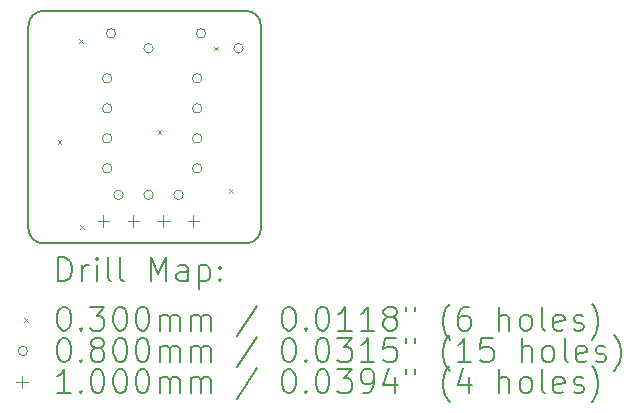
<source format=gbr>
%TF.GenerationSoftware,KiCad,Pcbnew,8.0.2*%
%TF.CreationDate,2024-05-02T19:27:18+02:00*%
%TF.ProjectId,VR-Conditioner-MAX9926+reg,56522d43-6f6e-4646-9974-696f6e65722d,3.7*%
%TF.SameCoordinates,PX68c4118PY713e7a8*%
%TF.FileFunction,Drillmap*%
%TF.FilePolarity,Positive*%
%FSLAX45Y45*%
G04 Gerber Fmt 4.5, Leading zero omitted, Abs format (unit mm)*
G04 Created by KiCad (PCBNEW 8.0.2) date 2024-05-02 19:27:18*
%MOMM*%
%LPD*%
G01*
G04 APERTURE LIST*
%ADD10C,0.150000*%
%ADD11C,0.200000*%
%ADD12C,0.100000*%
G04 APERTURE END LIST*
D10*
X254000Y2095500D02*
G75*
G02*
X381000Y2222500I127000J0D01*
G01*
X381000Y254000D02*
G75*
G02*
X254000Y381000I0J127000D01*
G01*
X2222500Y381000D02*
G75*
G02*
X2095500Y254000I-127000J0D01*
G01*
X2095500Y2222500D02*
G75*
G02*
X2222500Y2095500I0J-127000D01*
G01*
X254000Y381000D02*
X254000Y2095500D01*
X2095500Y254000D02*
X381000Y254000D01*
X2222500Y2095500D02*
X2222500Y381000D01*
X381000Y2222500D02*
X2095500Y2222500D01*
D11*
D12*
X501901Y1128801D02*
X531901Y1098801D01*
X531901Y1128801D02*
X501901Y1098801D01*
X683500Y1983500D02*
X713500Y1953500D01*
X713500Y1983500D02*
X683500Y1953500D01*
X694000Y406500D02*
X724000Y376500D01*
X724000Y406500D02*
X694000Y376500D01*
X1350250Y1212299D02*
X1380250Y1182299D01*
X1380250Y1212299D02*
X1350250Y1182299D01*
X1826500Y1920000D02*
X1856500Y1890000D01*
X1856500Y1920000D02*
X1826500Y1890000D01*
X1953500Y713500D02*
X1983500Y683500D01*
X1983500Y713500D02*
X1953500Y683500D01*
X960750Y1651000D02*
G75*
G02*
X880750Y1651000I-40000J0D01*
G01*
X880750Y1651000D02*
G75*
G02*
X960750Y1651000I40000J0D01*
G01*
X960750Y1397000D02*
G75*
G02*
X880750Y1397000I-40000J0D01*
G01*
X880750Y1397000D02*
G75*
G02*
X960750Y1397000I40000J0D01*
G01*
X960750Y1143000D02*
G75*
G02*
X880750Y1143000I-40000J0D01*
G01*
X880750Y1143000D02*
G75*
G02*
X960750Y1143000I40000J0D01*
G01*
X960750Y889000D02*
G75*
G02*
X880750Y889000I-40000J0D01*
G01*
X880750Y889000D02*
G75*
G02*
X960750Y889000I40000J0D01*
G01*
X992500Y2032000D02*
G75*
G02*
X912500Y2032000I-40000J0D01*
G01*
X912500Y2032000D02*
G75*
G02*
X992500Y2032000I40000J0D01*
G01*
X1056000Y665000D02*
G75*
G02*
X976000Y665000I-40000J0D01*
G01*
X976000Y665000D02*
G75*
G02*
X1056000Y665000I40000J0D01*
G01*
X1310000Y1905000D02*
G75*
G02*
X1230000Y1905000I-40000J0D01*
G01*
X1230000Y1905000D02*
G75*
G02*
X1310000Y1905000I40000J0D01*
G01*
X1310000Y665000D02*
G75*
G02*
X1230000Y665000I-40000J0D01*
G01*
X1230000Y665000D02*
G75*
G02*
X1310000Y665000I40000J0D01*
G01*
X1564000Y665000D02*
G75*
G02*
X1484000Y665000I-40000J0D01*
G01*
X1484000Y665000D02*
G75*
G02*
X1564000Y665000I40000J0D01*
G01*
X1722750Y1651000D02*
G75*
G02*
X1642750Y1651000I-40000J0D01*
G01*
X1642750Y1651000D02*
G75*
G02*
X1722750Y1651000I40000J0D01*
G01*
X1722750Y1397000D02*
G75*
G02*
X1642750Y1397000I-40000J0D01*
G01*
X1642750Y1397000D02*
G75*
G02*
X1722750Y1397000I40000J0D01*
G01*
X1722750Y1143000D02*
G75*
G02*
X1642750Y1143000I-40000J0D01*
G01*
X1642750Y1143000D02*
G75*
G02*
X1722750Y1143000I40000J0D01*
G01*
X1722750Y889000D02*
G75*
G02*
X1642750Y889000I-40000J0D01*
G01*
X1642750Y889000D02*
G75*
G02*
X1722750Y889000I40000J0D01*
G01*
X1754500Y2032000D02*
G75*
G02*
X1674500Y2032000I-40000J0D01*
G01*
X1674500Y2032000D02*
G75*
G02*
X1754500Y2032000I40000J0D01*
G01*
X2072000Y1905000D02*
G75*
G02*
X1992000Y1905000I-40000J0D01*
G01*
X1992000Y1905000D02*
G75*
G02*
X2072000Y1905000I40000J0D01*
G01*
X889000Y494500D02*
X889000Y394500D01*
X839000Y444500D02*
X939000Y444500D01*
X1143000Y494500D02*
X1143000Y394500D01*
X1093000Y444500D02*
X1193000Y444500D01*
X1397000Y494500D02*
X1397000Y394500D01*
X1347000Y444500D02*
X1447000Y444500D01*
X1651000Y494500D02*
X1651000Y394500D01*
X1601000Y444500D02*
X1701000Y444500D01*
D11*
X507277Y-64984D02*
X507277Y135016D01*
X507277Y135016D02*
X554896Y135016D01*
X554896Y135016D02*
X583467Y125492D01*
X583467Y125492D02*
X602515Y106445D01*
X602515Y106445D02*
X612039Y87397D01*
X612039Y87397D02*
X621563Y49302D01*
X621563Y49302D02*
X621563Y20731D01*
X621563Y20731D02*
X612039Y-17365D01*
X612039Y-17365D02*
X602515Y-36412D01*
X602515Y-36412D02*
X583467Y-55460D01*
X583467Y-55460D02*
X554896Y-64984D01*
X554896Y-64984D02*
X507277Y-64984D01*
X707277Y-64984D02*
X707277Y68350D01*
X707277Y30254D02*
X716801Y49302D01*
X716801Y49302D02*
X726324Y58826D01*
X726324Y58826D02*
X745372Y68350D01*
X745372Y68350D02*
X764420Y68350D01*
X831086Y-64984D02*
X831086Y68350D01*
X831086Y135016D02*
X821562Y125492D01*
X821562Y125492D02*
X831086Y115969D01*
X831086Y115969D02*
X840610Y125492D01*
X840610Y125492D02*
X831086Y135016D01*
X831086Y135016D02*
X831086Y115969D01*
X954896Y-64984D02*
X935848Y-55460D01*
X935848Y-55460D02*
X926324Y-36412D01*
X926324Y-36412D02*
X926324Y135016D01*
X1059658Y-64984D02*
X1040610Y-55460D01*
X1040610Y-55460D02*
X1031086Y-36412D01*
X1031086Y-36412D02*
X1031086Y135016D01*
X1288229Y-64984D02*
X1288229Y135016D01*
X1288229Y135016D02*
X1354896Y-7841D01*
X1354896Y-7841D02*
X1421562Y135016D01*
X1421562Y135016D02*
X1421562Y-64984D01*
X1602515Y-64984D02*
X1602515Y39778D01*
X1602515Y39778D02*
X1592991Y58826D01*
X1592991Y58826D02*
X1573943Y68350D01*
X1573943Y68350D02*
X1535848Y68350D01*
X1535848Y68350D02*
X1516801Y58826D01*
X1602515Y-55460D02*
X1583467Y-64984D01*
X1583467Y-64984D02*
X1535848Y-64984D01*
X1535848Y-64984D02*
X1516801Y-55460D01*
X1516801Y-55460D02*
X1507277Y-36412D01*
X1507277Y-36412D02*
X1507277Y-17365D01*
X1507277Y-17365D02*
X1516801Y1683D01*
X1516801Y1683D02*
X1535848Y11207D01*
X1535848Y11207D02*
X1583467Y11207D01*
X1583467Y11207D02*
X1602515Y20731D01*
X1697753Y68350D02*
X1697753Y-131650D01*
X1697753Y58826D02*
X1716801Y68350D01*
X1716801Y68350D02*
X1754896Y68350D01*
X1754896Y68350D02*
X1773943Y58826D01*
X1773943Y58826D02*
X1783467Y49302D01*
X1783467Y49302D02*
X1792991Y30254D01*
X1792991Y30254D02*
X1792991Y-26888D01*
X1792991Y-26888D02*
X1783467Y-45936D01*
X1783467Y-45936D02*
X1773943Y-55460D01*
X1773943Y-55460D02*
X1754896Y-64984D01*
X1754896Y-64984D02*
X1716801Y-64984D01*
X1716801Y-64984D02*
X1697753Y-55460D01*
X1878705Y-45936D02*
X1888229Y-55460D01*
X1888229Y-55460D02*
X1878705Y-64984D01*
X1878705Y-64984D02*
X1869182Y-55460D01*
X1869182Y-55460D02*
X1878705Y-45936D01*
X1878705Y-45936D02*
X1878705Y-64984D01*
X1878705Y58826D02*
X1888229Y49302D01*
X1888229Y49302D02*
X1878705Y39778D01*
X1878705Y39778D02*
X1869182Y49302D01*
X1869182Y49302D02*
X1878705Y58826D01*
X1878705Y58826D02*
X1878705Y39778D01*
D12*
X216500Y-378500D02*
X246500Y-408500D01*
X246500Y-378500D02*
X216500Y-408500D01*
D11*
X545372Y-284984D02*
X564420Y-284984D01*
X564420Y-284984D02*
X583467Y-294508D01*
X583467Y-294508D02*
X592991Y-304031D01*
X592991Y-304031D02*
X602515Y-323079D01*
X602515Y-323079D02*
X612039Y-361174D01*
X612039Y-361174D02*
X612039Y-408793D01*
X612039Y-408793D02*
X602515Y-446888D01*
X602515Y-446888D02*
X592991Y-465936D01*
X592991Y-465936D02*
X583467Y-475460D01*
X583467Y-475460D02*
X564420Y-484984D01*
X564420Y-484984D02*
X545372Y-484984D01*
X545372Y-484984D02*
X526324Y-475460D01*
X526324Y-475460D02*
X516801Y-465936D01*
X516801Y-465936D02*
X507277Y-446888D01*
X507277Y-446888D02*
X497753Y-408793D01*
X497753Y-408793D02*
X497753Y-361174D01*
X497753Y-361174D02*
X507277Y-323079D01*
X507277Y-323079D02*
X516801Y-304031D01*
X516801Y-304031D02*
X526324Y-294508D01*
X526324Y-294508D02*
X545372Y-284984D01*
X697753Y-465936D02*
X707277Y-475460D01*
X707277Y-475460D02*
X697753Y-484984D01*
X697753Y-484984D02*
X688229Y-475460D01*
X688229Y-475460D02*
X697753Y-465936D01*
X697753Y-465936D02*
X697753Y-484984D01*
X773943Y-284984D02*
X897753Y-284984D01*
X897753Y-284984D02*
X831086Y-361174D01*
X831086Y-361174D02*
X859658Y-361174D01*
X859658Y-361174D02*
X878705Y-370698D01*
X878705Y-370698D02*
X888229Y-380222D01*
X888229Y-380222D02*
X897753Y-399269D01*
X897753Y-399269D02*
X897753Y-446888D01*
X897753Y-446888D02*
X888229Y-465936D01*
X888229Y-465936D02*
X878705Y-475460D01*
X878705Y-475460D02*
X859658Y-484984D01*
X859658Y-484984D02*
X802515Y-484984D01*
X802515Y-484984D02*
X783467Y-475460D01*
X783467Y-475460D02*
X773943Y-465936D01*
X1021562Y-284984D02*
X1040610Y-284984D01*
X1040610Y-284984D02*
X1059658Y-294508D01*
X1059658Y-294508D02*
X1069182Y-304031D01*
X1069182Y-304031D02*
X1078705Y-323079D01*
X1078705Y-323079D02*
X1088229Y-361174D01*
X1088229Y-361174D02*
X1088229Y-408793D01*
X1088229Y-408793D02*
X1078705Y-446888D01*
X1078705Y-446888D02*
X1069182Y-465936D01*
X1069182Y-465936D02*
X1059658Y-475460D01*
X1059658Y-475460D02*
X1040610Y-484984D01*
X1040610Y-484984D02*
X1021562Y-484984D01*
X1021562Y-484984D02*
X1002515Y-475460D01*
X1002515Y-475460D02*
X992991Y-465936D01*
X992991Y-465936D02*
X983467Y-446888D01*
X983467Y-446888D02*
X973943Y-408793D01*
X973943Y-408793D02*
X973943Y-361174D01*
X973943Y-361174D02*
X983467Y-323079D01*
X983467Y-323079D02*
X992991Y-304031D01*
X992991Y-304031D02*
X1002515Y-294508D01*
X1002515Y-294508D02*
X1021562Y-284984D01*
X1212039Y-284984D02*
X1231086Y-284984D01*
X1231086Y-284984D02*
X1250134Y-294508D01*
X1250134Y-294508D02*
X1259658Y-304031D01*
X1259658Y-304031D02*
X1269182Y-323079D01*
X1269182Y-323079D02*
X1278705Y-361174D01*
X1278705Y-361174D02*
X1278705Y-408793D01*
X1278705Y-408793D02*
X1269182Y-446888D01*
X1269182Y-446888D02*
X1259658Y-465936D01*
X1259658Y-465936D02*
X1250134Y-475460D01*
X1250134Y-475460D02*
X1231086Y-484984D01*
X1231086Y-484984D02*
X1212039Y-484984D01*
X1212039Y-484984D02*
X1192991Y-475460D01*
X1192991Y-475460D02*
X1183467Y-465936D01*
X1183467Y-465936D02*
X1173944Y-446888D01*
X1173944Y-446888D02*
X1164420Y-408793D01*
X1164420Y-408793D02*
X1164420Y-361174D01*
X1164420Y-361174D02*
X1173944Y-323079D01*
X1173944Y-323079D02*
X1183467Y-304031D01*
X1183467Y-304031D02*
X1192991Y-294508D01*
X1192991Y-294508D02*
X1212039Y-284984D01*
X1364420Y-484984D02*
X1364420Y-351650D01*
X1364420Y-370698D02*
X1373944Y-361174D01*
X1373944Y-361174D02*
X1392991Y-351650D01*
X1392991Y-351650D02*
X1421563Y-351650D01*
X1421563Y-351650D02*
X1440610Y-361174D01*
X1440610Y-361174D02*
X1450134Y-380222D01*
X1450134Y-380222D02*
X1450134Y-484984D01*
X1450134Y-380222D02*
X1459658Y-361174D01*
X1459658Y-361174D02*
X1478705Y-351650D01*
X1478705Y-351650D02*
X1507277Y-351650D01*
X1507277Y-351650D02*
X1526324Y-361174D01*
X1526324Y-361174D02*
X1535848Y-380222D01*
X1535848Y-380222D02*
X1535848Y-484984D01*
X1631086Y-484984D02*
X1631086Y-351650D01*
X1631086Y-370698D02*
X1640610Y-361174D01*
X1640610Y-361174D02*
X1659658Y-351650D01*
X1659658Y-351650D02*
X1688229Y-351650D01*
X1688229Y-351650D02*
X1707277Y-361174D01*
X1707277Y-361174D02*
X1716801Y-380222D01*
X1716801Y-380222D02*
X1716801Y-484984D01*
X1716801Y-380222D02*
X1726324Y-361174D01*
X1726324Y-361174D02*
X1745372Y-351650D01*
X1745372Y-351650D02*
X1773943Y-351650D01*
X1773943Y-351650D02*
X1792991Y-361174D01*
X1792991Y-361174D02*
X1802515Y-380222D01*
X1802515Y-380222D02*
X1802515Y-484984D01*
X2192991Y-275460D02*
X2021563Y-532603D01*
X2450134Y-284984D02*
X2469182Y-284984D01*
X2469182Y-284984D02*
X2488229Y-294508D01*
X2488229Y-294508D02*
X2497753Y-304031D01*
X2497753Y-304031D02*
X2507277Y-323079D01*
X2507277Y-323079D02*
X2516801Y-361174D01*
X2516801Y-361174D02*
X2516801Y-408793D01*
X2516801Y-408793D02*
X2507277Y-446888D01*
X2507277Y-446888D02*
X2497753Y-465936D01*
X2497753Y-465936D02*
X2488229Y-475460D01*
X2488229Y-475460D02*
X2469182Y-484984D01*
X2469182Y-484984D02*
X2450134Y-484984D01*
X2450134Y-484984D02*
X2431087Y-475460D01*
X2431087Y-475460D02*
X2421563Y-465936D01*
X2421563Y-465936D02*
X2412039Y-446888D01*
X2412039Y-446888D02*
X2402515Y-408793D01*
X2402515Y-408793D02*
X2402515Y-361174D01*
X2402515Y-361174D02*
X2412039Y-323079D01*
X2412039Y-323079D02*
X2421563Y-304031D01*
X2421563Y-304031D02*
X2431087Y-294508D01*
X2431087Y-294508D02*
X2450134Y-284984D01*
X2602515Y-465936D02*
X2612039Y-475460D01*
X2612039Y-475460D02*
X2602515Y-484984D01*
X2602515Y-484984D02*
X2592991Y-475460D01*
X2592991Y-475460D02*
X2602515Y-465936D01*
X2602515Y-465936D02*
X2602515Y-484984D01*
X2735848Y-284984D02*
X2754896Y-284984D01*
X2754896Y-284984D02*
X2773944Y-294508D01*
X2773944Y-294508D02*
X2783468Y-304031D01*
X2783468Y-304031D02*
X2792991Y-323079D01*
X2792991Y-323079D02*
X2802515Y-361174D01*
X2802515Y-361174D02*
X2802515Y-408793D01*
X2802515Y-408793D02*
X2792991Y-446888D01*
X2792991Y-446888D02*
X2783468Y-465936D01*
X2783468Y-465936D02*
X2773944Y-475460D01*
X2773944Y-475460D02*
X2754896Y-484984D01*
X2754896Y-484984D02*
X2735848Y-484984D01*
X2735848Y-484984D02*
X2716801Y-475460D01*
X2716801Y-475460D02*
X2707277Y-465936D01*
X2707277Y-465936D02*
X2697753Y-446888D01*
X2697753Y-446888D02*
X2688229Y-408793D01*
X2688229Y-408793D02*
X2688229Y-361174D01*
X2688229Y-361174D02*
X2697753Y-323079D01*
X2697753Y-323079D02*
X2707277Y-304031D01*
X2707277Y-304031D02*
X2716801Y-294508D01*
X2716801Y-294508D02*
X2735848Y-284984D01*
X2992991Y-484984D02*
X2878706Y-484984D01*
X2935848Y-484984D02*
X2935848Y-284984D01*
X2935848Y-284984D02*
X2916801Y-313555D01*
X2916801Y-313555D02*
X2897753Y-332603D01*
X2897753Y-332603D02*
X2878706Y-342127D01*
X3183467Y-484984D02*
X3069182Y-484984D01*
X3126325Y-484984D02*
X3126325Y-284984D01*
X3126325Y-284984D02*
X3107277Y-313555D01*
X3107277Y-313555D02*
X3088229Y-332603D01*
X3088229Y-332603D02*
X3069182Y-342127D01*
X3297753Y-370698D02*
X3278706Y-361174D01*
X3278706Y-361174D02*
X3269182Y-351650D01*
X3269182Y-351650D02*
X3259658Y-332603D01*
X3259658Y-332603D02*
X3259658Y-323079D01*
X3259658Y-323079D02*
X3269182Y-304031D01*
X3269182Y-304031D02*
X3278706Y-294508D01*
X3278706Y-294508D02*
X3297753Y-284984D01*
X3297753Y-284984D02*
X3335848Y-284984D01*
X3335848Y-284984D02*
X3354896Y-294508D01*
X3354896Y-294508D02*
X3364420Y-304031D01*
X3364420Y-304031D02*
X3373944Y-323079D01*
X3373944Y-323079D02*
X3373944Y-332603D01*
X3373944Y-332603D02*
X3364420Y-351650D01*
X3364420Y-351650D02*
X3354896Y-361174D01*
X3354896Y-361174D02*
X3335848Y-370698D01*
X3335848Y-370698D02*
X3297753Y-370698D01*
X3297753Y-370698D02*
X3278706Y-380222D01*
X3278706Y-380222D02*
X3269182Y-389746D01*
X3269182Y-389746D02*
X3259658Y-408793D01*
X3259658Y-408793D02*
X3259658Y-446888D01*
X3259658Y-446888D02*
X3269182Y-465936D01*
X3269182Y-465936D02*
X3278706Y-475460D01*
X3278706Y-475460D02*
X3297753Y-484984D01*
X3297753Y-484984D02*
X3335848Y-484984D01*
X3335848Y-484984D02*
X3354896Y-475460D01*
X3354896Y-475460D02*
X3364420Y-465936D01*
X3364420Y-465936D02*
X3373944Y-446888D01*
X3373944Y-446888D02*
X3373944Y-408793D01*
X3373944Y-408793D02*
X3364420Y-389746D01*
X3364420Y-389746D02*
X3354896Y-380222D01*
X3354896Y-380222D02*
X3335848Y-370698D01*
X3450134Y-284984D02*
X3450134Y-323079D01*
X3526325Y-284984D02*
X3526325Y-323079D01*
X3821563Y-561174D02*
X3812039Y-551650D01*
X3812039Y-551650D02*
X3792991Y-523079D01*
X3792991Y-523079D02*
X3783468Y-504031D01*
X3783468Y-504031D02*
X3773944Y-475460D01*
X3773944Y-475460D02*
X3764420Y-427841D01*
X3764420Y-427841D02*
X3764420Y-389746D01*
X3764420Y-389746D02*
X3773944Y-342127D01*
X3773944Y-342127D02*
X3783468Y-313555D01*
X3783468Y-313555D02*
X3792991Y-294508D01*
X3792991Y-294508D02*
X3812039Y-265936D01*
X3812039Y-265936D02*
X3821563Y-256412D01*
X3983468Y-284984D02*
X3945372Y-284984D01*
X3945372Y-284984D02*
X3926325Y-294508D01*
X3926325Y-294508D02*
X3916801Y-304031D01*
X3916801Y-304031D02*
X3897753Y-332603D01*
X3897753Y-332603D02*
X3888229Y-370698D01*
X3888229Y-370698D02*
X3888229Y-446888D01*
X3888229Y-446888D02*
X3897753Y-465936D01*
X3897753Y-465936D02*
X3907277Y-475460D01*
X3907277Y-475460D02*
X3926325Y-484984D01*
X3926325Y-484984D02*
X3964420Y-484984D01*
X3964420Y-484984D02*
X3983468Y-475460D01*
X3983468Y-475460D02*
X3992991Y-465936D01*
X3992991Y-465936D02*
X4002515Y-446888D01*
X4002515Y-446888D02*
X4002515Y-399269D01*
X4002515Y-399269D02*
X3992991Y-380222D01*
X3992991Y-380222D02*
X3983468Y-370698D01*
X3983468Y-370698D02*
X3964420Y-361174D01*
X3964420Y-361174D02*
X3926325Y-361174D01*
X3926325Y-361174D02*
X3907277Y-370698D01*
X3907277Y-370698D02*
X3897753Y-380222D01*
X3897753Y-380222D02*
X3888229Y-399269D01*
X4240611Y-484984D02*
X4240611Y-284984D01*
X4326325Y-484984D02*
X4326325Y-380222D01*
X4326325Y-380222D02*
X4316801Y-361174D01*
X4316801Y-361174D02*
X4297753Y-351650D01*
X4297753Y-351650D02*
X4269182Y-351650D01*
X4269182Y-351650D02*
X4250134Y-361174D01*
X4250134Y-361174D02*
X4240611Y-370698D01*
X4450134Y-484984D02*
X4431087Y-475460D01*
X4431087Y-475460D02*
X4421563Y-465936D01*
X4421563Y-465936D02*
X4412039Y-446888D01*
X4412039Y-446888D02*
X4412039Y-389746D01*
X4412039Y-389746D02*
X4421563Y-370698D01*
X4421563Y-370698D02*
X4431087Y-361174D01*
X4431087Y-361174D02*
X4450134Y-351650D01*
X4450134Y-351650D02*
X4478706Y-351650D01*
X4478706Y-351650D02*
X4497753Y-361174D01*
X4497753Y-361174D02*
X4507277Y-370698D01*
X4507277Y-370698D02*
X4516801Y-389746D01*
X4516801Y-389746D02*
X4516801Y-446888D01*
X4516801Y-446888D02*
X4507277Y-465936D01*
X4507277Y-465936D02*
X4497753Y-475460D01*
X4497753Y-475460D02*
X4478706Y-484984D01*
X4478706Y-484984D02*
X4450134Y-484984D01*
X4631087Y-484984D02*
X4612039Y-475460D01*
X4612039Y-475460D02*
X4602515Y-456412D01*
X4602515Y-456412D02*
X4602515Y-284984D01*
X4783468Y-475460D02*
X4764420Y-484984D01*
X4764420Y-484984D02*
X4726325Y-484984D01*
X4726325Y-484984D02*
X4707277Y-475460D01*
X4707277Y-475460D02*
X4697753Y-456412D01*
X4697753Y-456412D02*
X4697753Y-380222D01*
X4697753Y-380222D02*
X4707277Y-361174D01*
X4707277Y-361174D02*
X4726325Y-351650D01*
X4726325Y-351650D02*
X4764420Y-351650D01*
X4764420Y-351650D02*
X4783468Y-361174D01*
X4783468Y-361174D02*
X4792992Y-380222D01*
X4792992Y-380222D02*
X4792992Y-399269D01*
X4792992Y-399269D02*
X4697753Y-418317D01*
X4869182Y-475460D02*
X4888230Y-484984D01*
X4888230Y-484984D02*
X4926325Y-484984D01*
X4926325Y-484984D02*
X4945373Y-475460D01*
X4945373Y-475460D02*
X4954896Y-456412D01*
X4954896Y-456412D02*
X4954896Y-446888D01*
X4954896Y-446888D02*
X4945373Y-427841D01*
X4945373Y-427841D02*
X4926325Y-418317D01*
X4926325Y-418317D02*
X4897753Y-418317D01*
X4897753Y-418317D02*
X4878706Y-408793D01*
X4878706Y-408793D02*
X4869182Y-389746D01*
X4869182Y-389746D02*
X4869182Y-380222D01*
X4869182Y-380222D02*
X4878706Y-361174D01*
X4878706Y-361174D02*
X4897753Y-351650D01*
X4897753Y-351650D02*
X4926325Y-351650D01*
X4926325Y-351650D02*
X4945373Y-361174D01*
X5021563Y-561174D02*
X5031087Y-551650D01*
X5031087Y-551650D02*
X5050134Y-523079D01*
X5050134Y-523079D02*
X5059658Y-504031D01*
X5059658Y-504031D02*
X5069182Y-475460D01*
X5069182Y-475460D02*
X5078706Y-427841D01*
X5078706Y-427841D02*
X5078706Y-389746D01*
X5078706Y-389746D02*
X5069182Y-342127D01*
X5069182Y-342127D02*
X5059658Y-313555D01*
X5059658Y-313555D02*
X5050134Y-294508D01*
X5050134Y-294508D02*
X5031087Y-265936D01*
X5031087Y-265936D02*
X5021563Y-256412D01*
D12*
X246500Y-657500D02*
G75*
G02*
X166500Y-657500I-40000J0D01*
G01*
X166500Y-657500D02*
G75*
G02*
X246500Y-657500I40000J0D01*
G01*
D11*
X545372Y-548984D02*
X564420Y-548984D01*
X564420Y-548984D02*
X583467Y-558508D01*
X583467Y-558508D02*
X592991Y-568031D01*
X592991Y-568031D02*
X602515Y-587079D01*
X602515Y-587079D02*
X612039Y-625174D01*
X612039Y-625174D02*
X612039Y-672793D01*
X612039Y-672793D02*
X602515Y-710888D01*
X602515Y-710888D02*
X592991Y-729936D01*
X592991Y-729936D02*
X583467Y-739460D01*
X583467Y-739460D02*
X564420Y-748984D01*
X564420Y-748984D02*
X545372Y-748984D01*
X545372Y-748984D02*
X526324Y-739460D01*
X526324Y-739460D02*
X516801Y-729936D01*
X516801Y-729936D02*
X507277Y-710888D01*
X507277Y-710888D02*
X497753Y-672793D01*
X497753Y-672793D02*
X497753Y-625174D01*
X497753Y-625174D02*
X507277Y-587079D01*
X507277Y-587079D02*
X516801Y-568031D01*
X516801Y-568031D02*
X526324Y-558508D01*
X526324Y-558508D02*
X545372Y-548984D01*
X697753Y-729936D02*
X707277Y-739460D01*
X707277Y-739460D02*
X697753Y-748984D01*
X697753Y-748984D02*
X688229Y-739460D01*
X688229Y-739460D02*
X697753Y-729936D01*
X697753Y-729936D02*
X697753Y-748984D01*
X821562Y-634698D02*
X802515Y-625174D01*
X802515Y-625174D02*
X792991Y-615650D01*
X792991Y-615650D02*
X783467Y-596603D01*
X783467Y-596603D02*
X783467Y-587079D01*
X783467Y-587079D02*
X792991Y-568031D01*
X792991Y-568031D02*
X802515Y-558508D01*
X802515Y-558508D02*
X821562Y-548984D01*
X821562Y-548984D02*
X859658Y-548984D01*
X859658Y-548984D02*
X878705Y-558508D01*
X878705Y-558508D02*
X888229Y-568031D01*
X888229Y-568031D02*
X897753Y-587079D01*
X897753Y-587079D02*
X897753Y-596603D01*
X897753Y-596603D02*
X888229Y-615650D01*
X888229Y-615650D02*
X878705Y-625174D01*
X878705Y-625174D02*
X859658Y-634698D01*
X859658Y-634698D02*
X821562Y-634698D01*
X821562Y-634698D02*
X802515Y-644222D01*
X802515Y-644222D02*
X792991Y-653746D01*
X792991Y-653746D02*
X783467Y-672793D01*
X783467Y-672793D02*
X783467Y-710888D01*
X783467Y-710888D02*
X792991Y-729936D01*
X792991Y-729936D02*
X802515Y-739460D01*
X802515Y-739460D02*
X821562Y-748984D01*
X821562Y-748984D02*
X859658Y-748984D01*
X859658Y-748984D02*
X878705Y-739460D01*
X878705Y-739460D02*
X888229Y-729936D01*
X888229Y-729936D02*
X897753Y-710888D01*
X897753Y-710888D02*
X897753Y-672793D01*
X897753Y-672793D02*
X888229Y-653746D01*
X888229Y-653746D02*
X878705Y-644222D01*
X878705Y-644222D02*
X859658Y-634698D01*
X1021562Y-548984D02*
X1040610Y-548984D01*
X1040610Y-548984D02*
X1059658Y-558508D01*
X1059658Y-558508D02*
X1069182Y-568031D01*
X1069182Y-568031D02*
X1078705Y-587079D01*
X1078705Y-587079D02*
X1088229Y-625174D01*
X1088229Y-625174D02*
X1088229Y-672793D01*
X1088229Y-672793D02*
X1078705Y-710888D01*
X1078705Y-710888D02*
X1069182Y-729936D01*
X1069182Y-729936D02*
X1059658Y-739460D01*
X1059658Y-739460D02*
X1040610Y-748984D01*
X1040610Y-748984D02*
X1021562Y-748984D01*
X1021562Y-748984D02*
X1002515Y-739460D01*
X1002515Y-739460D02*
X992991Y-729936D01*
X992991Y-729936D02*
X983467Y-710888D01*
X983467Y-710888D02*
X973943Y-672793D01*
X973943Y-672793D02*
X973943Y-625174D01*
X973943Y-625174D02*
X983467Y-587079D01*
X983467Y-587079D02*
X992991Y-568031D01*
X992991Y-568031D02*
X1002515Y-558508D01*
X1002515Y-558508D02*
X1021562Y-548984D01*
X1212039Y-548984D02*
X1231086Y-548984D01*
X1231086Y-548984D02*
X1250134Y-558508D01*
X1250134Y-558508D02*
X1259658Y-568031D01*
X1259658Y-568031D02*
X1269182Y-587079D01*
X1269182Y-587079D02*
X1278705Y-625174D01*
X1278705Y-625174D02*
X1278705Y-672793D01*
X1278705Y-672793D02*
X1269182Y-710888D01*
X1269182Y-710888D02*
X1259658Y-729936D01*
X1259658Y-729936D02*
X1250134Y-739460D01*
X1250134Y-739460D02*
X1231086Y-748984D01*
X1231086Y-748984D02*
X1212039Y-748984D01*
X1212039Y-748984D02*
X1192991Y-739460D01*
X1192991Y-739460D02*
X1183467Y-729936D01*
X1183467Y-729936D02*
X1173944Y-710888D01*
X1173944Y-710888D02*
X1164420Y-672793D01*
X1164420Y-672793D02*
X1164420Y-625174D01*
X1164420Y-625174D02*
X1173944Y-587079D01*
X1173944Y-587079D02*
X1183467Y-568031D01*
X1183467Y-568031D02*
X1192991Y-558508D01*
X1192991Y-558508D02*
X1212039Y-548984D01*
X1364420Y-748984D02*
X1364420Y-615650D01*
X1364420Y-634698D02*
X1373944Y-625174D01*
X1373944Y-625174D02*
X1392991Y-615650D01*
X1392991Y-615650D02*
X1421563Y-615650D01*
X1421563Y-615650D02*
X1440610Y-625174D01*
X1440610Y-625174D02*
X1450134Y-644222D01*
X1450134Y-644222D02*
X1450134Y-748984D01*
X1450134Y-644222D02*
X1459658Y-625174D01*
X1459658Y-625174D02*
X1478705Y-615650D01*
X1478705Y-615650D02*
X1507277Y-615650D01*
X1507277Y-615650D02*
X1526324Y-625174D01*
X1526324Y-625174D02*
X1535848Y-644222D01*
X1535848Y-644222D02*
X1535848Y-748984D01*
X1631086Y-748984D02*
X1631086Y-615650D01*
X1631086Y-634698D02*
X1640610Y-625174D01*
X1640610Y-625174D02*
X1659658Y-615650D01*
X1659658Y-615650D02*
X1688229Y-615650D01*
X1688229Y-615650D02*
X1707277Y-625174D01*
X1707277Y-625174D02*
X1716801Y-644222D01*
X1716801Y-644222D02*
X1716801Y-748984D01*
X1716801Y-644222D02*
X1726324Y-625174D01*
X1726324Y-625174D02*
X1745372Y-615650D01*
X1745372Y-615650D02*
X1773943Y-615650D01*
X1773943Y-615650D02*
X1792991Y-625174D01*
X1792991Y-625174D02*
X1802515Y-644222D01*
X1802515Y-644222D02*
X1802515Y-748984D01*
X2192991Y-539460D02*
X2021563Y-796603D01*
X2450134Y-548984D02*
X2469182Y-548984D01*
X2469182Y-548984D02*
X2488229Y-558508D01*
X2488229Y-558508D02*
X2497753Y-568031D01*
X2497753Y-568031D02*
X2507277Y-587079D01*
X2507277Y-587079D02*
X2516801Y-625174D01*
X2516801Y-625174D02*
X2516801Y-672793D01*
X2516801Y-672793D02*
X2507277Y-710888D01*
X2507277Y-710888D02*
X2497753Y-729936D01*
X2497753Y-729936D02*
X2488229Y-739460D01*
X2488229Y-739460D02*
X2469182Y-748984D01*
X2469182Y-748984D02*
X2450134Y-748984D01*
X2450134Y-748984D02*
X2431087Y-739460D01*
X2431087Y-739460D02*
X2421563Y-729936D01*
X2421563Y-729936D02*
X2412039Y-710888D01*
X2412039Y-710888D02*
X2402515Y-672793D01*
X2402515Y-672793D02*
X2402515Y-625174D01*
X2402515Y-625174D02*
X2412039Y-587079D01*
X2412039Y-587079D02*
X2421563Y-568031D01*
X2421563Y-568031D02*
X2431087Y-558508D01*
X2431087Y-558508D02*
X2450134Y-548984D01*
X2602515Y-729936D02*
X2612039Y-739460D01*
X2612039Y-739460D02*
X2602515Y-748984D01*
X2602515Y-748984D02*
X2592991Y-739460D01*
X2592991Y-739460D02*
X2602515Y-729936D01*
X2602515Y-729936D02*
X2602515Y-748984D01*
X2735848Y-548984D02*
X2754896Y-548984D01*
X2754896Y-548984D02*
X2773944Y-558508D01*
X2773944Y-558508D02*
X2783468Y-568031D01*
X2783468Y-568031D02*
X2792991Y-587079D01*
X2792991Y-587079D02*
X2802515Y-625174D01*
X2802515Y-625174D02*
X2802515Y-672793D01*
X2802515Y-672793D02*
X2792991Y-710888D01*
X2792991Y-710888D02*
X2783468Y-729936D01*
X2783468Y-729936D02*
X2773944Y-739460D01*
X2773944Y-739460D02*
X2754896Y-748984D01*
X2754896Y-748984D02*
X2735848Y-748984D01*
X2735848Y-748984D02*
X2716801Y-739460D01*
X2716801Y-739460D02*
X2707277Y-729936D01*
X2707277Y-729936D02*
X2697753Y-710888D01*
X2697753Y-710888D02*
X2688229Y-672793D01*
X2688229Y-672793D02*
X2688229Y-625174D01*
X2688229Y-625174D02*
X2697753Y-587079D01*
X2697753Y-587079D02*
X2707277Y-568031D01*
X2707277Y-568031D02*
X2716801Y-558508D01*
X2716801Y-558508D02*
X2735848Y-548984D01*
X2869182Y-548984D02*
X2992991Y-548984D01*
X2992991Y-548984D02*
X2926325Y-625174D01*
X2926325Y-625174D02*
X2954896Y-625174D01*
X2954896Y-625174D02*
X2973944Y-634698D01*
X2973944Y-634698D02*
X2983467Y-644222D01*
X2983467Y-644222D02*
X2992991Y-663270D01*
X2992991Y-663270D02*
X2992991Y-710888D01*
X2992991Y-710888D02*
X2983467Y-729936D01*
X2983467Y-729936D02*
X2973944Y-739460D01*
X2973944Y-739460D02*
X2954896Y-748984D01*
X2954896Y-748984D02*
X2897753Y-748984D01*
X2897753Y-748984D02*
X2878706Y-739460D01*
X2878706Y-739460D02*
X2869182Y-729936D01*
X3183467Y-748984D02*
X3069182Y-748984D01*
X3126325Y-748984D02*
X3126325Y-548984D01*
X3126325Y-548984D02*
X3107277Y-577555D01*
X3107277Y-577555D02*
X3088229Y-596603D01*
X3088229Y-596603D02*
X3069182Y-606127D01*
X3364420Y-548984D02*
X3269182Y-548984D01*
X3269182Y-548984D02*
X3259658Y-644222D01*
X3259658Y-644222D02*
X3269182Y-634698D01*
X3269182Y-634698D02*
X3288229Y-625174D01*
X3288229Y-625174D02*
X3335848Y-625174D01*
X3335848Y-625174D02*
X3354896Y-634698D01*
X3354896Y-634698D02*
X3364420Y-644222D01*
X3364420Y-644222D02*
X3373944Y-663270D01*
X3373944Y-663270D02*
X3373944Y-710888D01*
X3373944Y-710888D02*
X3364420Y-729936D01*
X3364420Y-729936D02*
X3354896Y-739460D01*
X3354896Y-739460D02*
X3335848Y-748984D01*
X3335848Y-748984D02*
X3288229Y-748984D01*
X3288229Y-748984D02*
X3269182Y-739460D01*
X3269182Y-739460D02*
X3259658Y-729936D01*
X3450134Y-548984D02*
X3450134Y-587079D01*
X3526325Y-548984D02*
X3526325Y-587079D01*
X3821563Y-825174D02*
X3812039Y-815650D01*
X3812039Y-815650D02*
X3792991Y-787079D01*
X3792991Y-787079D02*
X3783468Y-768031D01*
X3783468Y-768031D02*
X3773944Y-739460D01*
X3773944Y-739460D02*
X3764420Y-691841D01*
X3764420Y-691841D02*
X3764420Y-653746D01*
X3764420Y-653746D02*
X3773944Y-606127D01*
X3773944Y-606127D02*
X3783468Y-577555D01*
X3783468Y-577555D02*
X3792991Y-558508D01*
X3792991Y-558508D02*
X3812039Y-529936D01*
X3812039Y-529936D02*
X3821563Y-520412D01*
X4002515Y-748984D02*
X3888229Y-748984D01*
X3945372Y-748984D02*
X3945372Y-548984D01*
X3945372Y-548984D02*
X3926325Y-577555D01*
X3926325Y-577555D02*
X3907277Y-596603D01*
X3907277Y-596603D02*
X3888229Y-606127D01*
X4183468Y-548984D02*
X4088229Y-548984D01*
X4088229Y-548984D02*
X4078706Y-644222D01*
X4078706Y-644222D02*
X4088229Y-634698D01*
X4088229Y-634698D02*
X4107277Y-625174D01*
X4107277Y-625174D02*
X4154896Y-625174D01*
X4154896Y-625174D02*
X4173944Y-634698D01*
X4173944Y-634698D02*
X4183468Y-644222D01*
X4183468Y-644222D02*
X4192991Y-663270D01*
X4192991Y-663270D02*
X4192991Y-710888D01*
X4192991Y-710888D02*
X4183468Y-729936D01*
X4183468Y-729936D02*
X4173944Y-739460D01*
X4173944Y-739460D02*
X4154896Y-748984D01*
X4154896Y-748984D02*
X4107277Y-748984D01*
X4107277Y-748984D02*
X4088229Y-739460D01*
X4088229Y-739460D02*
X4078706Y-729936D01*
X4431087Y-748984D02*
X4431087Y-548984D01*
X4516801Y-748984D02*
X4516801Y-644222D01*
X4516801Y-644222D02*
X4507277Y-625174D01*
X4507277Y-625174D02*
X4488230Y-615650D01*
X4488230Y-615650D02*
X4459658Y-615650D01*
X4459658Y-615650D02*
X4440611Y-625174D01*
X4440611Y-625174D02*
X4431087Y-634698D01*
X4640611Y-748984D02*
X4621563Y-739460D01*
X4621563Y-739460D02*
X4612039Y-729936D01*
X4612039Y-729936D02*
X4602515Y-710888D01*
X4602515Y-710888D02*
X4602515Y-653746D01*
X4602515Y-653746D02*
X4612039Y-634698D01*
X4612039Y-634698D02*
X4621563Y-625174D01*
X4621563Y-625174D02*
X4640611Y-615650D01*
X4640611Y-615650D02*
X4669182Y-615650D01*
X4669182Y-615650D02*
X4688230Y-625174D01*
X4688230Y-625174D02*
X4697753Y-634698D01*
X4697753Y-634698D02*
X4707277Y-653746D01*
X4707277Y-653746D02*
X4707277Y-710888D01*
X4707277Y-710888D02*
X4697753Y-729936D01*
X4697753Y-729936D02*
X4688230Y-739460D01*
X4688230Y-739460D02*
X4669182Y-748984D01*
X4669182Y-748984D02*
X4640611Y-748984D01*
X4821563Y-748984D02*
X4802515Y-739460D01*
X4802515Y-739460D02*
X4792992Y-720412D01*
X4792992Y-720412D02*
X4792992Y-548984D01*
X4973944Y-739460D02*
X4954896Y-748984D01*
X4954896Y-748984D02*
X4916801Y-748984D01*
X4916801Y-748984D02*
X4897753Y-739460D01*
X4897753Y-739460D02*
X4888230Y-720412D01*
X4888230Y-720412D02*
X4888230Y-644222D01*
X4888230Y-644222D02*
X4897753Y-625174D01*
X4897753Y-625174D02*
X4916801Y-615650D01*
X4916801Y-615650D02*
X4954896Y-615650D01*
X4954896Y-615650D02*
X4973944Y-625174D01*
X4973944Y-625174D02*
X4983468Y-644222D01*
X4983468Y-644222D02*
X4983468Y-663270D01*
X4983468Y-663270D02*
X4888230Y-682317D01*
X5059658Y-739460D02*
X5078706Y-748984D01*
X5078706Y-748984D02*
X5116801Y-748984D01*
X5116801Y-748984D02*
X5135849Y-739460D01*
X5135849Y-739460D02*
X5145373Y-720412D01*
X5145373Y-720412D02*
X5145373Y-710888D01*
X5145373Y-710888D02*
X5135849Y-691841D01*
X5135849Y-691841D02*
X5116801Y-682317D01*
X5116801Y-682317D02*
X5088230Y-682317D01*
X5088230Y-682317D02*
X5069182Y-672793D01*
X5069182Y-672793D02*
X5059658Y-653746D01*
X5059658Y-653746D02*
X5059658Y-644222D01*
X5059658Y-644222D02*
X5069182Y-625174D01*
X5069182Y-625174D02*
X5088230Y-615650D01*
X5088230Y-615650D02*
X5116801Y-615650D01*
X5116801Y-615650D02*
X5135849Y-625174D01*
X5212039Y-825174D02*
X5221563Y-815650D01*
X5221563Y-815650D02*
X5240611Y-787079D01*
X5240611Y-787079D02*
X5250134Y-768031D01*
X5250134Y-768031D02*
X5259658Y-739460D01*
X5259658Y-739460D02*
X5269182Y-691841D01*
X5269182Y-691841D02*
X5269182Y-653746D01*
X5269182Y-653746D02*
X5259658Y-606127D01*
X5259658Y-606127D02*
X5250134Y-577555D01*
X5250134Y-577555D02*
X5240611Y-558508D01*
X5240611Y-558508D02*
X5221563Y-529936D01*
X5221563Y-529936D02*
X5212039Y-520412D01*
D12*
X196500Y-871500D02*
X196500Y-971500D01*
X146500Y-921500D02*
X246500Y-921500D01*
D11*
X612039Y-1012984D02*
X497753Y-1012984D01*
X554896Y-1012984D02*
X554896Y-812984D01*
X554896Y-812984D02*
X535848Y-841555D01*
X535848Y-841555D02*
X516801Y-860603D01*
X516801Y-860603D02*
X497753Y-870127D01*
X697753Y-993936D02*
X707277Y-1003460D01*
X707277Y-1003460D02*
X697753Y-1012984D01*
X697753Y-1012984D02*
X688229Y-1003460D01*
X688229Y-1003460D02*
X697753Y-993936D01*
X697753Y-993936D02*
X697753Y-1012984D01*
X831086Y-812984D02*
X850134Y-812984D01*
X850134Y-812984D02*
X869182Y-822508D01*
X869182Y-822508D02*
X878705Y-832031D01*
X878705Y-832031D02*
X888229Y-851079D01*
X888229Y-851079D02*
X897753Y-889174D01*
X897753Y-889174D02*
X897753Y-936793D01*
X897753Y-936793D02*
X888229Y-974888D01*
X888229Y-974888D02*
X878705Y-993936D01*
X878705Y-993936D02*
X869182Y-1003460D01*
X869182Y-1003460D02*
X850134Y-1012984D01*
X850134Y-1012984D02*
X831086Y-1012984D01*
X831086Y-1012984D02*
X812039Y-1003460D01*
X812039Y-1003460D02*
X802515Y-993936D01*
X802515Y-993936D02*
X792991Y-974888D01*
X792991Y-974888D02*
X783467Y-936793D01*
X783467Y-936793D02*
X783467Y-889174D01*
X783467Y-889174D02*
X792991Y-851079D01*
X792991Y-851079D02*
X802515Y-832031D01*
X802515Y-832031D02*
X812039Y-822508D01*
X812039Y-822508D02*
X831086Y-812984D01*
X1021562Y-812984D02*
X1040610Y-812984D01*
X1040610Y-812984D02*
X1059658Y-822508D01*
X1059658Y-822508D02*
X1069182Y-832031D01*
X1069182Y-832031D02*
X1078705Y-851079D01*
X1078705Y-851079D02*
X1088229Y-889174D01*
X1088229Y-889174D02*
X1088229Y-936793D01*
X1088229Y-936793D02*
X1078705Y-974888D01*
X1078705Y-974888D02*
X1069182Y-993936D01*
X1069182Y-993936D02*
X1059658Y-1003460D01*
X1059658Y-1003460D02*
X1040610Y-1012984D01*
X1040610Y-1012984D02*
X1021562Y-1012984D01*
X1021562Y-1012984D02*
X1002515Y-1003460D01*
X1002515Y-1003460D02*
X992991Y-993936D01*
X992991Y-993936D02*
X983467Y-974888D01*
X983467Y-974888D02*
X973943Y-936793D01*
X973943Y-936793D02*
X973943Y-889174D01*
X973943Y-889174D02*
X983467Y-851079D01*
X983467Y-851079D02*
X992991Y-832031D01*
X992991Y-832031D02*
X1002515Y-822508D01*
X1002515Y-822508D02*
X1021562Y-812984D01*
X1212039Y-812984D02*
X1231086Y-812984D01*
X1231086Y-812984D02*
X1250134Y-822508D01*
X1250134Y-822508D02*
X1259658Y-832031D01*
X1259658Y-832031D02*
X1269182Y-851079D01*
X1269182Y-851079D02*
X1278705Y-889174D01*
X1278705Y-889174D02*
X1278705Y-936793D01*
X1278705Y-936793D02*
X1269182Y-974888D01*
X1269182Y-974888D02*
X1259658Y-993936D01*
X1259658Y-993936D02*
X1250134Y-1003460D01*
X1250134Y-1003460D02*
X1231086Y-1012984D01*
X1231086Y-1012984D02*
X1212039Y-1012984D01*
X1212039Y-1012984D02*
X1192991Y-1003460D01*
X1192991Y-1003460D02*
X1183467Y-993936D01*
X1183467Y-993936D02*
X1173944Y-974888D01*
X1173944Y-974888D02*
X1164420Y-936793D01*
X1164420Y-936793D02*
X1164420Y-889174D01*
X1164420Y-889174D02*
X1173944Y-851079D01*
X1173944Y-851079D02*
X1183467Y-832031D01*
X1183467Y-832031D02*
X1192991Y-822508D01*
X1192991Y-822508D02*
X1212039Y-812984D01*
X1364420Y-1012984D02*
X1364420Y-879650D01*
X1364420Y-898698D02*
X1373944Y-889174D01*
X1373944Y-889174D02*
X1392991Y-879650D01*
X1392991Y-879650D02*
X1421563Y-879650D01*
X1421563Y-879650D02*
X1440610Y-889174D01*
X1440610Y-889174D02*
X1450134Y-908222D01*
X1450134Y-908222D02*
X1450134Y-1012984D01*
X1450134Y-908222D02*
X1459658Y-889174D01*
X1459658Y-889174D02*
X1478705Y-879650D01*
X1478705Y-879650D02*
X1507277Y-879650D01*
X1507277Y-879650D02*
X1526324Y-889174D01*
X1526324Y-889174D02*
X1535848Y-908222D01*
X1535848Y-908222D02*
X1535848Y-1012984D01*
X1631086Y-1012984D02*
X1631086Y-879650D01*
X1631086Y-898698D02*
X1640610Y-889174D01*
X1640610Y-889174D02*
X1659658Y-879650D01*
X1659658Y-879650D02*
X1688229Y-879650D01*
X1688229Y-879650D02*
X1707277Y-889174D01*
X1707277Y-889174D02*
X1716801Y-908222D01*
X1716801Y-908222D02*
X1716801Y-1012984D01*
X1716801Y-908222D02*
X1726324Y-889174D01*
X1726324Y-889174D02*
X1745372Y-879650D01*
X1745372Y-879650D02*
X1773943Y-879650D01*
X1773943Y-879650D02*
X1792991Y-889174D01*
X1792991Y-889174D02*
X1802515Y-908222D01*
X1802515Y-908222D02*
X1802515Y-1012984D01*
X2192991Y-803460D02*
X2021563Y-1060603D01*
X2450134Y-812984D02*
X2469182Y-812984D01*
X2469182Y-812984D02*
X2488229Y-822508D01*
X2488229Y-822508D02*
X2497753Y-832031D01*
X2497753Y-832031D02*
X2507277Y-851079D01*
X2507277Y-851079D02*
X2516801Y-889174D01*
X2516801Y-889174D02*
X2516801Y-936793D01*
X2516801Y-936793D02*
X2507277Y-974888D01*
X2507277Y-974888D02*
X2497753Y-993936D01*
X2497753Y-993936D02*
X2488229Y-1003460D01*
X2488229Y-1003460D02*
X2469182Y-1012984D01*
X2469182Y-1012984D02*
X2450134Y-1012984D01*
X2450134Y-1012984D02*
X2431087Y-1003460D01*
X2431087Y-1003460D02*
X2421563Y-993936D01*
X2421563Y-993936D02*
X2412039Y-974888D01*
X2412039Y-974888D02*
X2402515Y-936793D01*
X2402515Y-936793D02*
X2402515Y-889174D01*
X2402515Y-889174D02*
X2412039Y-851079D01*
X2412039Y-851079D02*
X2421563Y-832031D01*
X2421563Y-832031D02*
X2431087Y-822508D01*
X2431087Y-822508D02*
X2450134Y-812984D01*
X2602515Y-993936D02*
X2612039Y-1003460D01*
X2612039Y-1003460D02*
X2602515Y-1012984D01*
X2602515Y-1012984D02*
X2592991Y-1003460D01*
X2592991Y-1003460D02*
X2602515Y-993936D01*
X2602515Y-993936D02*
X2602515Y-1012984D01*
X2735848Y-812984D02*
X2754896Y-812984D01*
X2754896Y-812984D02*
X2773944Y-822508D01*
X2773944Y-822508D02*
X2783468Y-832031D01*
X2783468Y-832031D02*
X2792991Y-851079D01*
X2792991Y-851079D02*
X2802515Y-889174D01*
X2802515Y-889174D02*
X2802515Y-936793D01*
X2802515Y-936793D02*
X2792991Y-974888D01*
X2792991Y-974888D02*
X2783468Y-993936D01*
X2783468Y-993936D02*
X2773944Y-1003460D01*
X2773944Y-1003460D02*
X2754896Y-1012984D01*
X2754896Y-1012984D02*
X2735848Y-1012984D01*
X2735848Y-1012984D02*
X2716801Y-1003460D01*
X2716801Y-1003460D02*
X2707277Y-993936D01*
X2707277Y-993936D02*
X2697753Y-974888D01*
X2697753Y-974888D02*
X2688229Y-936793D01*
X2688229Y-936793D02*
X2688229Y-889174D01*
X2688229Y-889174D02*
X2697753Y-851079D01*
X2697753Y-851079D02*
X2707277Y-832031D01*
X2707277Y-832031D02*
X2716801Y-822508D01*
X2716801Y-822508D02*
X2735848Y-812984D01*
X2869182Y-812984D02*
X2992991Y-812984D01*
X2992991Y-812984D02*
X2926325Y-889174D01*
X2926325Y-889174D02*
X2954896Y-889174D01*
X2954896Y-889174D02*
X2973944Y-898698D01*
X2973944Y-898698D02*
X2983467Y-908222D01*
X2983467Y-908222D02*
X2992991Y-927269D01*
X2992991Y-927269D02*
X2992991Y-974888D01*
X2992991Y-974888D02*
X2983467Y-993936D01*
X2983467Y-993936D02*
X2973944Y-1003460D01*
X2973944Y-1003460D02*
X2954896Y-1012984D01*
X2954896Y-1012984D02*
X2897753Y-1012984D01*
X2897753Y-1012984D02*
X2878706Y-1003460D01*
X2878706Y-1003460D02*
X2869182Y-993936D01*
X3088229Y-1012984D02*
X3126325Y-1012984D01*
X3126325Y-1012984D02*
X3145372Y-1003460D01*
X3145372Y-1003460D02*
X3154896Y-993936D01*
X3154896Y-993936D02*
X3173944Y-965365D01*
X3173944Y-965365D02*
X3183467Y-927269D01*
X3183467Y-927269D02*
X3183467Y-851079D01*
X3183467Y-851079D02*
X3173944Y-832031D01*
X3173944Y-832031D02*
X3164420Y-822508D01*
X3164420Y-822508D02*
X3145372Y-812984D01*
X3145372Y-812984D02*
X3107277Y-812984D01*
X3107277Y-812984D02*
X3088229Y-822508D01*
X3088229Y-822508D02*
X3078706Y-832031D01*
X3078706Y-832031D02*
X3069182Y-851079D01*
X3069182Y-851079D02*
X3069182Y-898698D01*
X3069182Y-898698D02*
X3078706Y-917746D01*
X3078706Y-917746D02*
X3088229Y-927269D01*
X3088229Y-927269D02*
X3107277Y-936793D01*
X3107277Y-936793D02*
X3145372Y-936793D01*
X3145372Y-936793D02*
X3164420Y-927269D01*
X3164420Y-927269D02*
X3173944Y-917746D01*
X3173944Y-917746D02*
X3183467Y-898698D01*
X3354896Y-879650D02*
X3354896Y-1012984D01*
X3307277Y-803460D02*
X3259658Y-946317D01*
X3259658Y-946317D02*
X3383467Y-946317D01*
X3450134Y-812984D02*
X3450134Y-851079D01*
X3526325Y-812984D02*
X3526325Y-851079D01*
X3821563Y-1089174D02*
X3812039Y-1079650D01*
X3812039Y-1079650D02*
X3792991Y-1051079D01*
X3792991Y-1051079D02*
X3783468Y-1032031D01*
X3783468Y-1032031D02*
X3773944Y-1003460D01*
X3773944Y-1003460D02*
X3764420Y-955841D01*
X3764420Y-955841D02*
X3764420Y-917746D01*
X3764420Y-917746D02*
X3773944Y-870127D01*
X3773944Y-870127D02*
X3783468Y-841555D01*
X3783468Y-841555D02*
X3792991Y-822508D01*
X3792991Y-822508D02*
X3812039Y-793936D01*
X3812039Y-793936D02*
X3821563Y-784412D01*
X3983468Y-879650D02*
X3983468Y-1012984D01*
X3935848Y-803460D02*
X3888229Y-946317D01*
X3888229Y-946317D02*
X4012039Y-946317D01*
X4240611Y-1012984D02*
X4240611Y-812984D01*
X4326325Y-1012984D02*
X4326325Y-908222D01*
X4326325Y-908222D02*
X4316801Y-889174D01*
X4316801Y-889174D02*
X4297753Y-879650D01*
X4297753Y-879650D02*
X4269182Y-879650D01*
X4269182Y-879650D02*
X4250134Y-889174D01*
X4250134Y-889174D02*
X4240611Y-898698D01*
X4450134Y-1012984D02*
X4431087Y-1003460D01*
X4431087Y-1003460D02*
X4421563Y-993936D01*
X4421563Y-993936D02*
X4412039Y-974888D01*
X4412039Y-974888D02*
X4412039Y-917746D01*
X4412039Y-917746D02*
X4421563Y-898698D01*
X4421563Y-898698D02*
X4431087Y-889174D01*
X4431087Y-889174D02*
X4450134Y-879650D01*
X4450134Y-879650D02*
X4478706Y-879650D01*
X4478706Y-879650D02*
X4497753Y-889174D01*
X4497753Y-889174D02*
X4507277Y-898698D01*
X4507277Y-898698D02*
X4516801Y-917746D01*
X4516801Y-917746D02*
X4516801Y-974888D01*
X4516801Y-974888D02*
X4507277Y-993936D01*
X4507277Y-993936D02*
X4497753Y-1003460D01*
X4497753Y-1003460D02*
X4478706Y-1012984D01*
X4478706Y-1012984D02*
X4450134Y-1012984D01*
X4631087Y-1012984D02*
X4612039Y-1003460D01*
X4612039Y-1003460D02*
X4602515Y-984412D01*
X4602515Y-984412D02*
X4602515Y-812984D01*
X4783468Y-1003460D02*
X4764420Y-1012984D01*
X4764420Y-1012984D02*
X4726325Y-1012984D01*
X4726325Y-1012984D02*
X4707277Y-1003460D01*
X4707277Y-1003460D02*
X4697753Y-984412D01*
X4697753Y-984412D02*
X4697753Y-908222D01*
X4697753Y-908222D02*
X4707277Y-889174D01*
X4707277Y-889174D02*
X4726325Y-879650D01*
X4726325Y-879650D02*
X4764420Y-879650D01*
X4764420Y-879650D02*
X4783468Y-889174D01*
X4783468Y-889174D02*
X4792992Y-908222D01*
X4792992Y-908222D02*
X4792992Y-927269D01*
X4792992Y-927269D02*
X4697753Y-946317D01*
X4869182Y-1003460D02*
X4888230Y-1012984D01*
X4888230Y-1012984D02*
X4926325Y-1012984D01*
X4926325Y-1012984D02*
X4945373Y-1003460D01*
X4945373Y-1003460D02*
X4954896Y-984412D01*
X4954896Y-984412D02*
X4954896Y-974888D01*
X4954896Y-974888D02*
X4945373Y-955841D01*
X4945373Y-955841D02*
X4926325Y-946317D01*
X4926325Y-946317D02*
X4897753Y-946317D01*
X4897753Y-946317D02*
X4878706Y-936793D01*
X4878706Y-936793D02*
X4869182Y-917746D01*
X4869182Y-917746D02*
X4869182Y-908222D01*
X4869182Y-908222D02*
X4878706Y-889174D01*
X4878706Y-889174D02*
X4897753Y-879650D01*
X4897753Y-879650D02*
X4926325Y-879650D01*
X4926325Y-879650D02*
X4945373Y-889174D01*
X5021563Y-1089174D02*
X5031087Y-1079650D01*
X5031087Y-1079650D02*
X5050134Y-1051079D01*
X5050134Y-1051079D02*
X5059658Y-1032031D01*
X5059658Y-1032031D02*
X5069182Y-1003460D01*
X5069182Y-1003460D02*
X5078706Y-955841D01*
X5078706Y-955841D02*
X5078706Y-917746D01*
X5078706Y-917746D02*
X5069182Y-870127D01*
X5069182Y-870127D02*
X5059658Y-841555D01*
X5059658Y-841555D02*
X5050134Y-822508D01*
X5050134Y-822508D02*
X5031087Y-793936D01*
X5031087Y-793936D02*
X5021563Y-784412D01*
M02*

</source>
